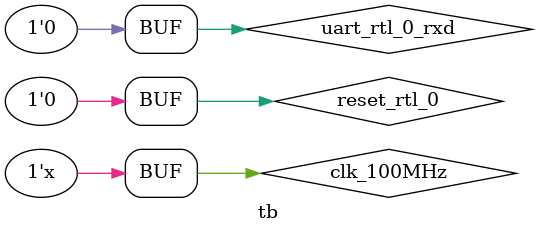
<source format=v>
`timescale 1ns / 1ps


module tb();
    reg clk_100MHz=0;
    reg reset_rtl_0=0;
    reg uart_rtl_0_rxd=0;
    wire uart_rtl_0_txd;
 Gyro_Demo_wrapper
    test(
  .clk_100MHz(clk_100MHz),
  .reset_rtl_0(reset_rtl_0),
  .uart_rtl_0_rxd(uart_rtl_0_rxd),
  .uart_rtl_0_txd(uart_rtl_0_txd)
  );
 always
    begin
        #10 
        reset_rtl_0 =0;
        uart_rtl_0_rxd=0;
        #10
        reset_rtl_0=1;
        #10
        uart_rtl_0_rxd=1;
        #10
        uart_rtl_0_rxd=0;
        #10
        reset_rtl_0=0;
    end
 always 
    begin 
        #10 clk_100MHz = ~clk_100MHz; 
    end
endmodule

</source>
